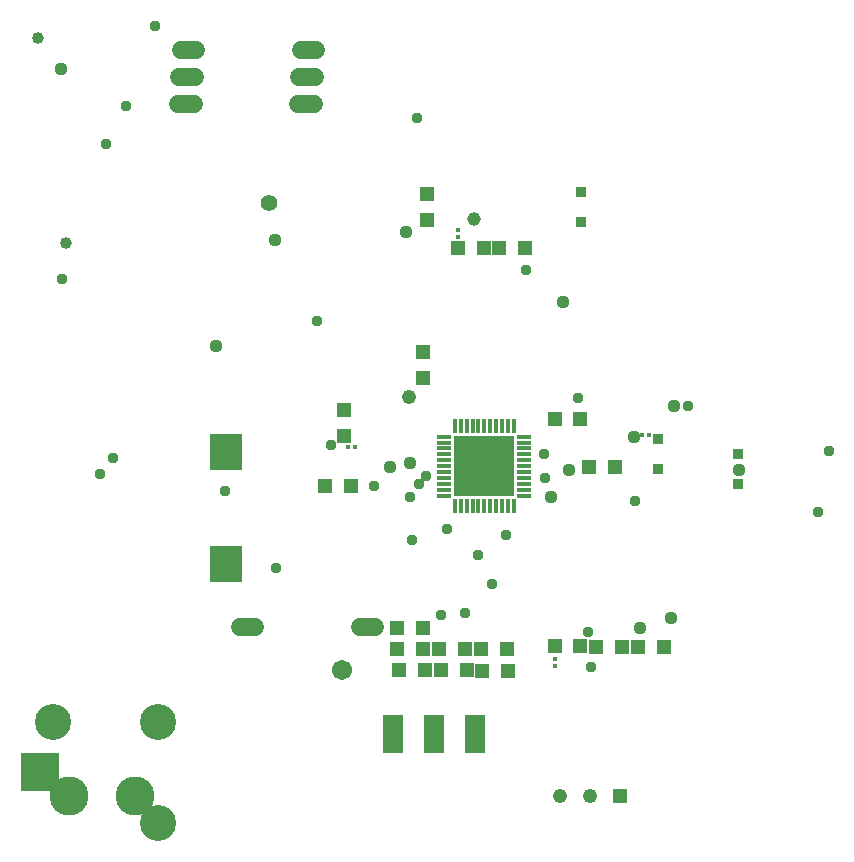
<source format=gbr>
G04 EAGLE Gerber RS-274X export*
G75*
%MOMM*%
%FSLAX34Y34*%
%LPD*%
%INSoldermask Bottom*%
%IPPOS*%
%AMOC8*
5,1,8,0,0,1.08239X$1,22.5*%
G01*
%ADD10R,1.303200X1.303200*%
%ADD11R,2.703200X3.103200*%
%ADD12C,1.524000*%
%ADD13R,0.403200X0.403200*%
%ADD14R,1.703200X3.303200*%
%ADD15R,3.309200X3.309200*%
%ADD16C,3.309200*%
%ADD17C,3.053200*%
%ADD18R,0.903200X0.903200*%
%ADD19R,1.168400X0.457200*%
%ADD20R,0.457200X1.168400*%
%ADD21R,5.054600X5.054600*%
%ADD22R,1.211200X1.211200*%
%ADD23C,1.211200*%
%ADD24C,0.959600*%
%ADD25C,1.109600*%
%ADD26C,1.209600*%
%ADD27C,1.703200*%
%ADD28C,1.159600*%
%ADD29C,1.009600*%
%ADD30C,1.409600*%


D10*
X563000Y441000D03*
X585000Y441000D03*
D11*
X284900Y413700D03*
X284900Y318700D03*
D10*
X516000Y586000D03*
X538000Y586000D03*
X385000Y449000D03*
X385000Y427000D03*
X503000Y586000D03*
X481000Y586000D03*
X563000Y249000D03*
X585000Y249000D03*
X455000Y631500D03*
X455000Y609500D03*
D12*
X309804Y265000D02*
X296596Y265000D01*
X398196Y265000D02*
X411404Y265000D01*
X257804Y707600D02*
X244596Y707600D01*
X346196Y707600D02*
X359404Y707600D01*
X258304Y730600D02*
X245096Y730600D01*
X346696Y730600D02*
X359904Y730600D01*
X259804Y753600D02*
X246596Y753600D01*
X348196Y753600D02*
X361404Y753600D01*
D13*
X643000Y428000D03*
X637000Y428000D03*
X394500Y417500D03*
X388500Y417500D03*
X481000Y595000D03*
X481000Y601000D03*
X563000Y232000D03*
X563000Y238000D03*
D14*
X496100Y174900D03*
X461100Y174900D03*
X426100Y174900D03*
D15*
X127300Y142400D03*
D16*
X207800Y122400D03*
X151800Y122400D03*
D17*
X138300Y184900D03*
X227300Y184900D03*
X227300Y98900D03*
D10*
X523000Y247000D03*
X501000Y247000D03*
X465000Y246600D03*
X487000Y246600D03*
X502000Y228000D03*
X524000Y228000D03*
X430000Y247000D03*
X452000Y247000D03*
X391000Y385000D03*
X369000Y385000D03*
X451600Y264600D03*
X429600Y264600D03*
X634000Y248000D03*
X656000Y248000D03*
X598000Y248000D03*
X620000Y248000D03*
D18*
X718000Y386300D03*
X718000Y411700D03*
X651000Y399300D03*
X651000Y424700D03*
X585800Y608400D03*
X585800Y633800D03*
D10*
X467000Y229000D03*
X489000Y229000D03*
X453000Y229000D03*
X431000Y229000D03*
X452000Y476000D03*
X452000Y498000D03*
X592000Y401000D03*
X614000Y401000D03*
D19*
X537382Y426400D03*
X537382Y421400D03*
X537382Y416400D03*
X537382Y411400D03*
X537382Y406400D03*
X537382Y401400D03*
X537382Y396400D03*
X537382Y391400D03*
X537382Y386400D03*
X537382Y381400D03*
X537382Y376400D03*
D20*
X528600Y367618D03*
X523600Y367618D03*
X518600Y367618D03*
X513600Y367618D03*
X508600Y367618D03*
X503600Y367618D03*
X498600Y367618D03*
X493600Y367618D03*
X488600Y367618D03*
X483600Y367618D03*
X478600Y367618D03*
D19*
X469818Y376400D03*
X469818Y381400D03*
X469818Y386400D03*
X469818Y391400D03*
X469818Y396400D03*
X469818Y401400D03*
X469818Y406400D03*
X469818Y411400D03*
X469818Y416400D03*
X469818Y421400D03*
X469818Y426400D03*
D20*
X478600Y435182D03*
X483600Y435182D03*
X488600Y435182D03*
X493600Y435182D03*
X498600Y435182D03*
X503600Y435182D03*
X508600Y435182D03*
X513600Y435182D03*
X518600Y435182D03*
X523600Y435182D03*
X528600Y435182D03*
D21*
X503600Y401400D03*
D22*
X618200Y122100D03*
D23*
X592800Y122100D03*
X567800Y122100D03*
D24*
X510000Y302000D03*
X487000Y277000D03*
X498000Y326000D03*
X467000Y275500D03*
X441000Y375000D03*
X555000Y391000D03*
X583000Y459000D03*
X446500Y696000D03*
X631000Y372000D03*
X448500Y386000D03*
X410000Y385000D03*
X362000Y524000D03*
X522000Y343000D03*
X591068Y261000D03*
X593500Y231000D03*
D25*
X662000Y273000D03*
X635000Y264000D03*
X570500Y540500D03*
X664000Y452000D03*
X719000Y398000D03*
D24*
X472000Y348000D03*
X442000Y339000D03*
D25*
X575500Y398500D03*
X560000Y375500D03*
D24*
X327000Y315000D03*
D25*
X423500Y401000D03*
D26*
X440000Y460000D03*
D25*
X437000Y600000D03*
D27*
X383000Y229000D03*
D24*
X554000Y412000D03*
D25*
X440514Y404068D03*
D24*
X284000Y380000D03*
D25*
X276500Y503000D03*
D24*
X539000Y567500D03*
X454500Y393000D03*
D25*
X630000Y426000D03*
D24*
X189000Y408000D03*
X178000Y395000D03*
X374000Y419000D03*
D28*
X495000Y611000D03*
D24*
X676000Y452500D03*
D25*
X326000Y593000D03*
D24*
X786500Y363000D03*
X225000Y774000D03*
D25*
X145300Y737600D03*
D24*
X795000Y414000D03*
X146000Y560000D03*
D29*
X149000Y590000D03*
X125942Y764000D03*
D24*
X200500Y706500D03*
X183000Y674500D03*
D30*
X321000Y624000D03*
M02*

</source>
